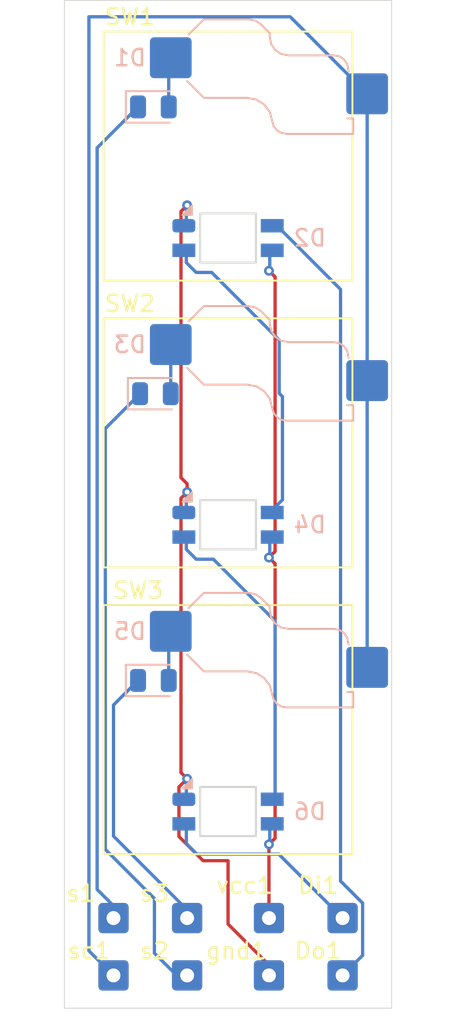
<source format=kicad_pcb>
(kicad_pcb (version 20240108) (generator "pcbnew") (generator_version "8.0")
  (layers (0 "F.Cu" signal) (31 "B.Cu" signal) (34 "B.Paste" user) (35 "F.Paste" user) (36 "B.SilkS" user "B.Silkscreen") (37 "F.SilkS" user "F.Silkscreen") (38 "B.Mask" user) (39 "F.Mask" user) (44 "Edge.Cuts" user))
  (net 0 "")
  (net 1 "Net-(D1-K)")
  (net 2 "Net-(D2-VDD)")
  (net 3 "Net-(D2-DIN)")
  (net 4 "Net-(D2-VSS)")
  (net 5 "Net-(D2-DOUT)")
  (net 6 "Net-(D4-DIN)")
  (net 7 "Net-(D5-K)")
  (net 8 "Net-(D6-DIN)")
  (net 9 "Net-(D1-A)")
  (net 10 "Net-(D3-K)")
  (net 11 "Net-(D3-A)")
  (net 12 "Net-(D5-A)")
  (net 13 "Net-(SW1-Pad2)")
  (footprint "PCM_Switch_Keyboard_Hotswap_Kailh:SW_Hotswap_Kailh_Choc_V1V2_1.00u" (layer "F.Cu") (at 49 82.5)
    (property "Reference" "SW2" (at -6 -8.5 0) (layer "F.SilkS"))
    (property "Value" "SW_Push")
    (fp_line (start -2.416 -7.409) (end -1.479 -8.346) (stroke (width 0.12)) (layer "B.SilkS"))
    (fp_line (start -1.479 -8.346) (end 1.268 -8.346) (stroke (width 0.12)) (layer "B.SilkS"))
    (fp_line (start -1.479 -3.554) (end -2.5 -4.575) (stroke (width 0.12)) (layer "B.SilkS"))
    (fp_line (start 1.168 -3.554) (end -1.479 -3.554) (stroke (width 0.12)) (layer "B.SilkS"))
    (fp_line (start 1.268 -8.346) (end 1.671 -8.266) (stroke (width 0.12)) (layer "B.SilkS"))
    (fp_line (start 1.671 -8.266) (end 2.013 -8.037) (stroke (width 0.12)) (layer "B.SilkS"))
    (fp_line (start 1.73 -3.449) (end 1.168 -3.554) (stroke (width 0.12)) (layer "B.SilkS"))
    (fp_line (start 2.013 -8.037) (end 2.546 -7.504) (stroke (width 0.12)) (layer "B.SilkS"))
    (fp_line (start 2.209 -3.15) (end 1.73 -3.449) (stroke (width 0.12)) (layer "B.SilkS"))
    (fp_line (start 2.546 -7.504) (end 2.546 -7.282) (stroke (width 0.12)) (layer "B.SilkS"))
    (fp_line (start 2.546 -7.282) (end 2.633 -6.844) (stroke (width 0.12)) (layer "B.SilkS"))
    (fp_line (start 2.547 -2.697) (end 2.209 -3.15) (stroke (width 0.12)) (layer "B.SilkS"))
    (fp_line (start 2.633 -6.844) (end 2.877 -6.477) (stroke (width 0.12)) (layer "B.SilkS"))
    (fp_line (start 2.701 -2.139) (end 2.547 -2.697) (stroke (width 0.12)) (layer "B.SilkS"))
    (fp_line (start 2.783 -1.841) (end 2.701 -2.139) (stroke (width 0.12)) (layer "B.SilkS"))
    (fp_line (start 2.877 -6.477) (end 3.244 -6.233) (stroke (width 0.12)) (layer "B.SilkS"))
    (fp_line (start 2.976 -1.583) (end 2.783 -1.841) (stroke (width 0.12)) (layer "B.SilkS"))
    (fp_line (start 3.244 -6.233) (end 3.682 -6.146) (stroke (width 0.12)) (layer "B.SilkS"))
    (fp_line (start 3.25 -1.413) (end 2.976 -1.583) (stroke (width 0.12)) (layer "B.SilkS"))
    (fp_line (start 3.56 -1.354) (end 3.25 -1.413) (stroke (width 0.12)) (layer "B.SilkS"))
    (fp_line (start 3.682 -6.146) (end 6.482 -6.146) (stroke (width 0.12)) (layer "B.SilkS"))
    (fp_line (start 6.482 -6.146) (end 6.809 -6.081) (stroke (width 0.12)) (layer "B.SilkS"))
    (fp_line (start 6.809 -6.081) (end 7.092 -5.892) (stroke (width 0.12)) (layer "B.SilkS"))
    (fp_line (start 7.092 -5.892) (end 7.281 -5.609) (stroke (width 0.12)) (layer "B.SilkS"))
    (fp_line (start 7.281 -5.609) (end 7.366 -5.182) (stroke (width 0.12)) (layer "B.SilkS"))
    (fp_line (start 7.283 -2.296) (end 7.646 -2.296) (stroke (width 0.12)) (layer "B.SilkS"))
    (fp_line (start 7.646 -2.296) (end 7.646 -1.354) (stroke (width 0.12)) (layer "B.SilkS"))
    (fp_line (start 7.646 -1.354) (end 3.56 -1.354) (stroke (width 0.12)) (layer "B.SilkS"))
    (fp_line (start -7.6 -7.6) (end -7.6 7.6) (stroke (width 0.12)) (layer "F.SilkS"))
    (fp_line (start -7.6 7.6) (end 7.6 7.6) (stroke (width 0.12)) (layer "F.SilkS"))
    (fp_line (start 7.6 -7.6) (end -7.6 -7.6) (stroke (width 0.12)) (layer "F.SilkS"))
    (fp_line (start 7.6 7.6) (end 7.6 -7.6) (stroke (width 0.12)) (layer "F.SilkS"))
    (pad "" np_thru_hole circle (at -5.5 0) (size 1.9 1.9) (drill 1.9) (layers "*.Cu" "*.Mask"))
    (pad "" np_thru_hole circle (at -5 5.15) (size 1.6 1.6) (drill 1.6) (layers "*.Cu" "*.Mask"))
    (pad "" np_thru_hole circle (at 0 -5.9) (size 3.05 3.05) (drill 3.05) (layers "*.Cu" "*.Mask"))
    (pad "" np_thru_hole circle (at 0 0) (size 5.05 5.05) (drill 5.05) (layers "*.Cu" "*.Mask"))
    (pad "" np_thru_hole circle (at 5 -3.8) (size 3.05 3.05) (drill 3.05) (layers "*.Cu" "*.Mask"))
    (pad "" np_thru_hole circle (at 5.5 0) (size 1.9 1.9) (drill 1.9) (layers "*.Cu" "*.Mask"))
    (pad "1" smd roundrect (at -3.5 -6) (size 2.55 2.5) (layers "B.Cu" "B.Paste" "B.Mask") (roundrect_rratio 0.1) (net 11 "Net-(D3-A)"))
    (pad "2" smd roundrect (at 8.5 -3.8) (size 2.55 2.5) (layers "B.Cu" "B.Paste" "B.Mask") (roundrect_rratio 0.1) (net 13 "Net-(SW1-Pad2)"))
  )
  (footprint "Connector_Wire:SolderWire-0.25sqmm_1x01_D0.65mm_OD1.7mm" (layer "F.Cu") (at 51.5 115)
    (property "Reference" "gnd1" (at -2 -1.5 0) (layer "F.SilkS"))
    (property "Value" "MountingHole_Pad")
    (pad "1" thru_hole roundrect (at 0 0) (size 1.85 1.85) (drill 0.85) (layers "*.Cu" "*.Mask") (roundrect_rratio 0.135135) (net 4 "Net-(D2-VSS)"))
  )
  (footprint "Connector_Wire:SolderWire-0.25sqmm_1x01_D0.65mm_OD1.7mm" (layer "F.Cu") (at 42 115)
    (property "Reference" "sc1" (at -1.5 -1.5 0) (layer "F.SilkS"))
    (property "Value" "MountingHole_Pad")
    (pad "1" thru_hole roundrect (at 0 0) (size 1.85 1.85) (drill 0.85) (layers "*.Cu" "*.Mask") (roundrect_rratio 0.135135) (net 13 "Net-(SW1-Pad2)"))
  )
  (footprint "Connector_Wire:SolderWire-0.25sqmm_1x01_D0.65mm_OD1.7mm" (layer "F.Cu") (at 42 111.5)
    (property "Reference" "s1" (at -2 -1.5 0) (layer "F.SilkS"))
    (property "Value" "MountingHole_Pad")
    (pad "1" thru_hole roundrect (at 0 0) (size 1.85 1.85) (drill 0.85) (layers "*.Cu" "*.Mask") (roundrect_rratio 0.135135) (net 1 "Net-(D1-K)"))
  )
  (footprint "Connector_Wire:SolderWire-0.25sqmm_1x01_D0.65mm_OD1.7mm" (layer "F.Cu") (at 56 111.5)
    (property "Reference" "Di1" (at -1.5 -2 0) (layer "F.SilkS"))
    (property "Value" "MountingHole_Pad")
    (pad "1" thru_hole roundrect (at 0 0) (size 1.85 1.85) (drill 0.85) (layers "*.Cu" "*.Mask") (roundrect_rratio 0.135135) (net 8 "Net-(D6-DIN)"))
  )
  (footprint "Connector_Wire:SolderWire-0.25sqmm_1x01_D0.65mm_OD1.7mm" (layer "F.Cu") (at 56 115)
    (property "Reference" "Do1" (at -1.5 -1.5 0) (layer "F.SilkS"))
    (property "Value" "MountingHole_Pad")
    (pad "1" thru_hole roundrect (at 0 0) (size 1.85 1.85) (drill 0.85) (layers "*.Cu" "*.Mask") (roundrect_rratio 0.135135) (net 5 "Net-(D2-DOUT)"))
  )
  (footprint "Connector_Wire:SolderWire-0.25sqmm_1x01_D0.65mm_OD1.7mm" (layer "F.Cu") (at 46.5 111.5)
    (property "Reference" "s3" (at -2 -1.5 0) (layer "F.SilkS"))
    (property "Value" "MountingHole_Pad")
    (pad "1" thru_hole roundrect (at 0 0) (size 1.85 1.85) (drill 0.85) (layers "*.Cu" "*.Mask") (roundrect_rratio 0.135135) (net 7 "Net-(D5-K)"))
  )
  (footprint "Connector_Wire:SolderWire-0.25sqmm_1x01_D0.65mm_OD1.7mm" (layer "F.Cu") (at 46.5 115)
    (property "Reference" "s2" (at -2 -1.5 0) (layer "F.SilkS"))
    (property "Value" "MountingHole_Pad")
    (pad "1" thru_hole roundrect (at 0 0) (size 1.85 1.85) (drill 0.85) (layers "*.Cu" "*.Mask") (roundrect_rratio 0.135135) (net 10 "Net-(D3-K)"))
  )
  (footprint "PCM_Switch_Keyboard_Hotswap_Kailh:SW_Hotswap_Kailh_Choc_V1V2_1.00u" (layer "F.Cu") (at 49 100)
    (property "Reference" "SW3" (at -5.5 -8.5 0) (layer "F.SilkS"))
    (property "Value" "SW_Push")
    (fp_line (start -2.416 -7.409) (end -1.479 -8.346) (stroke (width 0.12)) (layer "B.SilkS"))
    (fp_line (start -1.479 -8.346) (end 1.268 -8.346) (stroke (width 0.12)) (layer "B.SilkS"))
    (fp_line (start -1.479 -3.554) (end -2.5 -4.575) (stroke (width 0.12)) (layer "B.SilkS"))
    (fp_line (start 1.168 -3.554) (end -1.479 -3.554) (stroke (width 0.12)) (layer "B.SilkS"))
    (fp_line (start 1.268 -8.346) (end 1.671 -8.266) (stroke (width 0.12)) (layer "B.SilkS"))
    (fp_line (start 1.671 -8.266) (end 2.013 -8.037) (stroke (width 0.12)) (layer "B.SilkS"))
    (fp_line (start 1.73 -3.449) (end 1.168 -3.554) (stroke (width 0.12)) (layer "B.SilkS"))
    (fp_line (start 2.013 -8.037) (end 2.546 -7.504) (stroke (width 0.12)) (layer "B.SilkS"))
    (fp_line (start 2.209 -3.15) (end 1.73 -3.449) (stroke (width 0.12)) (layer "B.SilkS"))
    (fp_line (start 2.546 -7.504) (end 2.546 -7.282) (stroke (width 0.12)) (layer "B.SilkS"))
    (fp_line (start 2.546 -7.282) (end 2.633 -6.844) (stroke (width 0.12)) (layer "B.SilkS"))
    (fp_line (start 2.547 -2.697) (end 2.209 -3.15) (stroke (width 0.12)) (layer "B.SilkS"))
    (fp_line (start 2.633 -6.844) (end 2.877 -6.477) (stroke (width 0.12)) (layer "B.SilkS"))
    (fp_line (start 2.701 -2.139) (end 2.547 -2.697) (stroke (width 0.12)) (layer "B.SilkS"))
    (fp_line (start 2.783 -1.841) (end 2.701 -2.139) (stroke (width 0.12)) (layer "B.SilkS"))
    (fp_line (start 2.877 -6.477) (end 3.244 -6.233) (stroke (width 0.12)) (layer "B.SilkS"))
    (fp_line (start 2.976 -1.583) (end 2.783 -1.841) (stroke (width 0.12)) (layer "B.SilkS"))
    (fp_line (start 3.244 -6.233) (end 3.682 -6.146) (stroke (width 0.12)) (layer "B.SilkS"))
    (fp_line (start 3.25 -1.413) (end 2.976 -1.583) (stroke (width 0.12)) (layer "B.SilkS"))
    (fp_line (start 3.56 -1.354) (end 3.25 -1.413) (stroke (width 0.12)) (layer "B.SilkS"))
    (fp_line (start 3.682 -6.146) (end 6.482 -6.146) (stroke (width 0.12)) (layer "B.SilkS"))
    (fp_line (start 6.482 -6.146) (end 6.809 -6.081) (stroke (width 0.12)) (layer "B.SilkS"))
    (fp_line (start 6.809 -6.081) (end 7.092 -5.892) (stroke (width 0.12)) (layer "B.SilkS"))
    (fp_line (start 7.092 -5.892) (end 7.281 -5.609) (stroke (width 0.12)) (layer "B.SilkS"))
    (fp_line (start 7.281 -5.609) (end 7.366 -5.182) (stroke (width 0.12)) (layer "B.SilkS"))
    (fp_line (start 7.283 -2.296) (end 7.646 -2.296) (stroke (width 0.12)) (layer "B.SilkS"))
    (fp_line (start 7.646 -2.296) (end 7.646 -1.354) (stroke (width 0.12)) (layer "B.SilkS"))
    (fp_line (start 7.646 -1.354) (end 3.56 -1.354) (stroke (width 0.12)) (layer "B.SilkS"))
    (fp_line (start -7.6 -7.6) (end -7.6 7.6) (stroke (width 0.12)) (layer "F.SilkS"))
    (fp_line (start -7.6 7.6) (end 7.6 7.6) (stroke (width 0.12)) (layer "F.SilkS"))
    (fp_line (start 7.6 -7.6) (end -7.6 -7.6) (stroke (width 0.12)) (layer "F.SilkS"))
    (fp_line (start 7.6 7.6) (end 7.6 -7.6) (stroke (width 0.12)) (layer "F.SilkS"))
    (pad "" np_thru_hole circle (at -5.5 0) (size 1.9 1.9) (drill 1.9) (layers "*.Cu" "*.Mask"))
    (pad "" np_thru_hole circle (at -5 5.15) (size 1.6 1.6) (drill 1.6) (layers "*.Cu" "*.Mask"))
    (pad "" np_thru_hole circle (at 0 -5.9) (size 3.05 3.05) (drill 3.05) (layers "*.Cu" "*.Mask"))
    (pad "" np_thru_hole circle (at 0 0) (size 5.05 5.05) (drill 5.05) (layers "*.Cu" "*.Mask"))
    (pad "" np_thru_hole circle (at 5 -3.8) (size 3.05 3.05) (drill 3.05) (layers "*.Cu" "*.Mask"))
    (pad "" np_thru_hole circle (at 5.5 0) (size 1.9 1.9) (drill 1.9) (layers "*.Cu" "*.Mask"))
    (pad "1" smd roundrect (at -3.5 -6) (size 2.55 2.5) (layers "B.Cu" "B.Paste" "B.Mask") (roundrect_rratio 0.1) (net 12 "Net-(D5-A)"))
    (pad "2" smd roundrect (at 8.5 -3.8) (size 2.55 2.5) (layers "B.Cu" "B.Paste" "B.Mask") (roundrect_rratio 0.1) (net 13 "Net-(SW1-Pad2)"))
  )
  (footprint "PCM_Switch_Keyboard_Hotswap_Kailh:SW_Hotswap_Kailh_Choc_V1V2_1.00u" (layer "F.Cu") (at 49 65)
    (property "Reference" "SW1" (at -6 -8.5 0) (layer "F.SilkS"))
    (property "Value" "SW_Push")
    (fp_line (start -2.416 -7.409) (end -1.479 -8.346) (stroke (width 0.12)) (layer "B.SilkS"))
    (fp_line (start -1.479 -8.346) (end 1.268 -8.346) (stroke (width 0.12)) (layer "B.SilkS"))
    (fp_line (start -1.479 -3.554) (end -2.5 -4.575) (stroke (width 0.12)) (layer "B.SilkS"))
    (fp_line (start 1.168 -3.554) (end -1.479 -3.554) (stroke (width 0.12)) (layer "B.SilkS"))
    (fp_line (start 1.268 -8.346) (end 1.671 -8.266) (stroke (width 0.12)) (layer "B.SilkS"))
    (fp_line (start 1.671 -8.266) (end 2.013 -8.037) (stroke (width 0.12)) (layer "B.SilkS"))
    (fp_line (start 1.73 -3.449) (end 1.168 -3.554) (stroke (width 0.12)) (layer "B.SilkS"))
    (fp_line (start 2.013 -8.037) (end 2.546 -7.504) (stroke (width 0.12)) (layer "B.SilkS"))
    (fp_line (start 2.209 -3.15) (end 1.73 -3.449) (stroke (width 0.12)) (layer "B.SilkS"))
    (fp_line (start 2.546 -7.504) (end 2.546 -7.282) (stroke (width 0.12)) (layer "B.SilkS"))
    (fp_line (start 2.546 -7.282) (end 2.633 -6.844) (stroke (width 0.12)) (layer "B.SilkS"))
    (fp_line (start 2.547 -2.697) (end 2.209 -3.15) (stroke (width 0.12)) (layer "B.SilkS"))
    (fp_line (start 2.633 -6.844) (end 2.877 -6.477) (stroke (width 0.12)) (layer "B.SilkS"))
    (fp_line (start 2.701 -2.139) (end 2.547 -2.697) (stroke (width 0.12)) (layer "B.SilkS"))
    (fp_line (start 2.783 -1.841) (end 2.701 -2.139) (stroke (width 0.12)) (layer "B.SilkS"))
    (fp_line (start 2.877 -6.477) (end 3.244 -6.233) (stroke (width 0.12)) (layer "B.SilkS"))
    (fp_line (start 2.976 -1.583) (end 2.783 -1.841) (stroke (width 0.12)) (layer "B.SilkS"))
    (fp_line (start 3.244 -6.233) (end 3.682 -6.146) (stroke (width 0.12)) (layer "B.SilkS"))
    (fp_line (start 3.25 -1.413) (end 2.976 -1.583) (stroke (width 0.12)) (layer "B.SilkS"))
    (fp_line (start 3.56 -1.354) (end 3.25 -1.413) (stroke (width 0.12)) (layer "B.SilkS"))
    (fp_line (start 3.682 -6.146) (end 6.482 -6.146) (stroke (width 0.12)) (layer "B.SilkS"))
    (fp_line (start 6.482 -6.146) (end 6.809 -6.081) (stroke (width 0.12)) (layer "B.SilkS"))
    (fp_line (start 6.809 -6.081) (end 7.092 -5.892) (stroke (width 0.12)) (layer "B.SilkS"))
    (fp_line (start 7.092 -5.892) (end 7.281 -5.609) (stroke (width 0.12)) (layer "B.SilkS"))
    (fp_line (start 7.281 -5.609) (end 7.366 -5.182) (stroke (width 0.12)) (layer "B.SilkS"))
    (fp_line (start 7.283 -2.296) (end 7.646 -2.296) (stroke (width 0.12)) (layer "B.SilkS"))
    (fp_line (start 7.646 -2.296) (end 7.646 -1.354) (stroke (width 0.12)) (layer "B.SilkS"))
    (fp_line (start 7.646 -1.354) (end 3.56 -1.354) (stroke (width 0.12)) (layer "B.SilkS"))
    (fp_line (start -7.6 -7.6) (end -7.6 7.6) (stroke (width 0.12)) (layer "F.SilkS"))
    (fp_line (start -7.6 7.6) (end 7.6 7.6) (stroke (width 0.12)) (layer "F.SilkS"))
    (fp_line (start 7.6 -7.6) (end -7.6 -7.6) (stroke (width 0.12)) (layer "F.SilkS"))
    (fp_line (start 7.6 7.6) (end 7.6 -7.6) (stroke (width 0.12)) (layer "F.SilkS"))
    (pad "" np_thru_hole circle (at -5.5 0) (size 1.9 1.9) (drill 1.9) (layers "*.Cu" "*.Mask"))
    (pad "" np_thru_hole circle (at -5 5.15) (size 1.6 1.6) (drill 1.6) (layers "*.Cu" "*.Mask"))
    (pad "" np_thru_hole circle (at 0 -5.9) (size 3.05 3.05) (drill 3.05) (layers "*.Cu" "*.Mask"))
    (pad "" np_thru_hole circle (at 0 0) (size 5.05 5.05) (drill 5.05) (layers "*.Cu" "*.Mask"))
    (pad "" np_thru_hole circle (at 5 -3.8) (size 3.05 3.05) (drill 3.05) (layers "*.Cu" "*.Mask"))
    (pad "" np_thru_hole circle (at 5.5 0) (size 1.9 1.9) (drill 1.9) (layers "*.Cu" "*.Mask"))
    (pad "1" smd roundrect (at -3.5 -6) (size 2.55 2.5) (layers "B.Cu" "B.Paste" "B.Mask") (roundrect_rratio 0.1) (net 9 "Net-(D1-A)"))
    (pad "2" smd roundrect (at 8.5 -3.8) (size 2.55 2.5) (layers "B.Cu" "B.Paste" "B.Mask") (roundrect_rratio 0.1) (net 13 "Net-(SW1-Pad2)"))
  )
  (footprint "Connector_Wire:SolderWire-0.25sqmm_1x01_D0.65mm_OD1.7mm" (layer "F.Cu") (at 51.5 111.5)
    (property "Reference" "vcc1" (at -1.5 -2 0) (layer "F.SilkS"))
    (property "Value" "MountingHole_Pad")
    (pad "1" thru_hole roundrect (at 0 0) (size 1.85 1.85) (drill 0.85) (layers "*.Cu" "*.Mask") (roundrect_rratio 0.135135) (net 2 "Net-(D2-VDD)"))
  )
  (footprint "Diode_SMD:D_0805_2012Metric" (layer "B.Cu") (at 44.4375 62)
    (property "Reference" "D1" (at -1.4375 -3 360) (layer "B.SilkS") (effects (justify mirror)))
    (property "Value" "D")
    (fp_line (start -1.685 -0.96) (end -1.685 0.96) (stroke (width 0.12)) (layer "B.SilkS"))
    (fp_line (start -1.685 0.96) (end 1 0.96) (stroke (width 0.12)) (layer "B.SilkS"))
    (fp_line (start 1 -0.96) (end -1.685 -0.96) (stroke (width 0.12)) (layer "B.SilkS"))
    (pad "1" smd roundrect (at -0.9375 0) (size 0.975 1.4) (layers "B.Cu" "B.Paste" "B.Mask") (net 1 "Net-(D1-K)"))
    (pad "2" smd roundrect (at 0.9375 0) (size 0.975 1.4) (layers "B.Cu" "B.Paste" "B.Mask") (net 9 "Net-(D1-A)"))
  )
  (footprint "Diode_SMD:D_0805_2012Metric" (layer "B.Cu") (at 44.5625 79.5)
    (property "Reference" "D3" (at -1.5625 -3 360) (layer "B.SilkS") (effects (justify mirror)))
    (property "Value" "D")
    (fp_line (start -1.685 -0.96) (end -1.685 0.96) (stroke (width 0.12)) (layer "B.SilkS"))
    (fp_line (start -1.685 0.96) (end 1 0.96) (stroke (width 0.12)) (layer "B.SilkS"))
    (fp_line (start 1 -0.96) (end -1.685 -0.96) (stroke (width 0.12)) (layer "B.SilkS"))
    (pad "1" smd roundrect (at -0.9375 0) (size 0.975 1.4) (layers "B.Cu" "B.Paste" "B.Mask") (net 10 "Net-(D3-K)"))
    (pad "2" smd roundrect (at 0.9375 0) (size 0.975 1.4) (layers "B.Cu" "B.Paste" "B.Mask") (net 11 "Net-(D3-A)"))
  )
  (footprint "Diode_SMD:D_0805_2012Metric" (layer "B.Cu") (at 44.4375 97)
    (property "Reference" "D5" (at -1.4375 -3 360) (layer "B.SilkS") (effects (justify mirror)))
    (property "Value" "D")
    (fp_line (start -1.685 -0.96) (end -1.685 0.96) (stroke (width 0.12)) (layer "B.SilkS"))
    (fp_line (start -1.685 0.96) (end 1 0.96) (stroke (width 0.12)) (layer "B.SilkS"))
    (fp_line (start 1 -0.96) (end -1.685 -0.96) (stroke (width 0.12)) (layer "B.SilkS"))
    (pad "1" smd roundrect (at -0.9375 0) (size 0.975 1.4) (layers "B.Cu" "B.Paste" "B.Mask") (net 7 "Net-(D5-K)"))
    (pad "2" smd roundrect (at 0.9375 0) (size 0.975 1.4) (layers "B.Cu" "B.Paste" "B.Mask") (net 12 "Net-(D5-A)"))
  )
  (footprint "adrian:SK6812-MINI-E_v2" (layer "B.Cu") (at 49 87.5 180)
    (property "Reference" "D4" (at -5 0 0) (layer "B.SilkS") (effects (justify mirror)))
    (property "Value" "SK6812MINI-E" (hide yes))
    (fp_poly (pts (xy 2.8 1.4) (xy 2.2 1.4) (xy 2.2 2)) (stroke (width 0.1)) (fill solid) (layer "B.SilkS"))
    (fp_line (start 1.7 1.5) (end -1.7 1.5) (stroke (width 0.12)) (layer "Edge.Cuts"))
    (fp_line (start 1.7 -1.5) (end 1.7 1.5) (stroke (width 0.12)) (layer "Edge.Cuts"))
    (fp_line (start -1.7 1.5) (end -1.7 -1.5) (stroke (width 0.12)) (layer "Edge.Cuts"))
    (fp_line (start -1.7 -1.5) (end 1.7 -1.5) (stroke (width 0.12)) (layer "Edge.Cuts"))
    (pad "1" smd rect (at -2.7 -0.75 180) (size 1.4 0.82) (layers "B.Cu" "B.Paste" "B.Mask") (net 2 "Net-(D2-VDD)"))
    (pad "2" smd rect (at -2.7 0.75 180) (size 1.4 0.82) (layers "B.Cu" "B.Paste" "B.Mask") (net 3 "Net-(D2-DIN)"))
    (pad "3" smd roundrect (at 2.7 0.75 180) (size 1.4 0.82) (layers "B.Cu" "B.Paste" "B.Mask") (net 4 "Net-(D2-VSS)"))
    (pad "4" smd rect (at 2.7 -0.75 180) (size 1.4 0.82) (layers "B.Cu" "B.Paste" "B.Mask") (net 6 "Net-(D4-DIN)"))
  )
  (footprint "adrian:SK6812-MINI-E_v2" (layer "B.Cu") (at 49 105 180)
    (property "Reference" "D6" (at -5 0 0) (layer "B.SilkS") (effects (justify mirror)))
    (property "Value" "SK6812MINI-E" (hide yes))
    (fp_poly (pts (xy 2.8 1.4) (xy 2.2 1.4) (xy 2.2 2)) (stroke (width 0.1)) (fill solid) (layer "B.SilkS"))
    (fp_line (start 1.7 1.5) (end -1.7 1.5) (stroke (width 0.12)) (layer "Edge.Cuts"))
    (fp_line (start 1.7 -1.5) (end 1.7 1.5) (stroke (width 0.12)) (layer "Edge.Cuts"))
    (fp_line (start -1.7 1.5) (end -1.7 -1.5) (stroke (width 0.12)) (layer "Edge.Cuts"))
    (fp_line (start -1.7 -1.5) (end 1.7 -1.5) (stroke (width 0.12)) (layer "Edge.Cuts"))
    (pad "1" smd rect (at -2.7 -0.75 180) (size 1.4 0.82) (layers "B.Cu" "B.Paste" "B.Mask") (net 2 "Net-(D2-VDD)"))
    (pad "2" smd rect (at -2.7 0.75 180) (size 1.4 0.82) (layers "B.Cu" "B.Paste" "B.Mask") (net 6 "Net-(D4-DIN)"))
    (pad "3" smd roundrect (at 2.7 0.75 180) (size 1.4 0.82) (layers "B.Cu" "B.Paste" "B.Mask") (net 4 "Net-(D2-VSS)"))
    (pad "4" smd rect (at 2.7 -0.75 180) (size 1.4 0.82) (layers "B.Cu" "B.Paste" "B.Mask") (net 8 "Net-(D6-DIN)"))
  )
  (footprint "adrian:SK6812-MINI-E_v2" (layer "B.Cu") (at 49 70 180)
    (property "Reference" "D2" (at -5 0 0) (layer "B.SilkS") (effects (justify mirror)))
    (property "Value" "SK6812MINI-E" (hide yes))
    (fp_poly (pts (xy 2.8 1.4) (xy 2.2 1.4) (xy 2.2 2)) (stroke (width 0.1)) (fill solid) (layer "B.SilkS"))
    (fp_line (start 1.7 1.5) (end -1.7 1.5) (stroke (width 0.12)) (layer "Edge.Cuts"))
    (fp_line (start 1.7 -1.5) (end 1.7 1.5) (stroke (width 0.12)) (layer "Edge.Cuts"))
    (fp_line (start -1.7 1.5) (end -1.7 -1.5) (stroke (width 0.12)) (layer "Edge.Cuts"))
    (fp_line (start -1.7 -1.5) (end 1.7 -1.5) (stroke (width 0.12)) (layer "Edge.Cuts"))
    (pad "1" smd rect (at -2.7 -0.75 180) (size 1.4 0.82) (layers "B.Cu" "B.Paste" "B.Mask") (net 2 "Net-(D2-VDD)"))
    (pad "2" smd rect (at -2.7 0.75 180) (size 1.4 0.82) (layers "B.Cu" "B.Paste" "B.Mask") (net 5 "Net-(D2-DOUT)"))
    (pad "3" smd roundrect (at 2.7 0.75 180) (size 1.4 0.82) (layers "B.Cu" "B.Paste" "B.Mask") (net 4 "Net-(D2-VSS)"))
    (pad "4" smd rect (at 2.7 -0.75 180) (size 1.4 0.82) (layers "B.Cu" "B.Paste" "B.Mask") (net 3 "Net-(D2-DIN)"))
  )
  (gr_rect (start 39 55.5) (end 59 117) (stroke (width 0.05)) (fill none) (layer "Edge.Cuts"))
  (segment (start 41 109.75) (end 42.75 111.5) (width 0.2) (layer "B.Cu") (net 1))
  (segment (start 41 64.5) (end 41 109.75) (width 0.2) (layer "B.Cu") (net 1))
  (segment (start 43.5 62) (end 41 64.5) (width 0.2) (layer "B.Cu") (net 1))
  (segment (start 51.875 89.125) (end 51.5 89.5) (width 0.2) (layer "F.Cu") (net 2))
  (segment (start 51.5 107) (end 51.5 111.5) (width 0.2) (layer "F.Cu") (net 2))
  (segment (start 51.875 106.625) (end 51.5 107) (width 0.2) (layer "F.Cu") (net 2))
  (segment (start 51.5 72) (end 51.875 72.375) (width 0.2) (layer "F.Cu") (net 2))
  (segment (start 51.5 89.5) (end 51.875 89.875) (width 0.2) (layer "F.Cu") (net 2))
  (segment (start 51.875 89.875) (end 51.875 106.625) (width 0.2) (layer "F.Cu") (net 2))
  (segment (start 51.875 72.375) (end 51.875 89.125) (width 0.2) (layer "F.Cu") (net 2))
  (via (at 51.5 107) (size 0.6) (drill 0.3) (layers "F.Cu" "B.Cu") (net 2))
  (via (at 51.5 89.5) (size 0.6) (drill 0.3) (layers "F.Cu" "B.Cu") (net 2))
  (via (at 51.5 72) (size 0.6) (drill 0.3) (layers "F.Cu" "B.Cu") (net 2))
  (segment (start 51.55 88.25) (end 51.55 89.45) (width 0.2) (layer "B.Cu") (net 2))
  (segment (start 51.55 71.95) (end 51.5 72) (width 0.2) (layer "B.Cu") (net 2))
  (segment (start 51.5 89.5) (end 51.55 89.45) (width 0.2) (layer "B.Cu") (net 2))
  (segment (start 51.55 105.75) (end 51.55 106.95) (width 0.2) (layer "B.Cu") (net 2))
  (segment (start 51.55 70.75) (end 51.55 71.95) (width 0.2) (layer "B.Cu") (net 2))
  (segment (start 51.5 107) (end 51.55 106.95) (width 0.2) (layer "B.Cu") (net 2))
  (segment (start 48 72.1) (end 47.051472 72.1) (width 0.2) (layer "B.Cu") (net 3))
  (segment (start 46.45 71.498528) (end 46.45 70.75) (width 0.2) (layer "B.Cu") (net 3))
  (segment (start 52.125 76.225) (end 48 72.1) (width 0.2) (layer "B.Cu") (net 3))
  (segment (start 51.55 86.75) (end 52.324175 85.975825) (width 0.2) (layer "B.Cu") (net 3))
  (segment (start 52.324175 85.975825) (end 52.324175 79.675825) (width 0.2) (layer "B.Cu") (net 3))
  (segment (start 52.324175 79.675825) (end 52.125 79.47665) (width 0.2) (layer "B.Cu") (net 3))
  (segment (start 52.125 79.47665) (end 52.125 76.225) (width 0.2) (layer "B.Cu") (net 3))
  (segment (start 47.051472 72.1) (end 46.45 71.498528) (width 0.2) (layer "B.Cu") (net 3))
  (segment (start 46.125 68.375) (end 46.5 68) (width 0.2) (layer "F.Cu") (net 4))
  (segment (start 46.125 84.625) (end 46.125 68.375) (width 0.2) (layer "F.Cu") (net 4))
  (segment (start 46.125 102.625) (end 46.125 85.875) (width 0.2) (layer "F.Cu") (net 4))
  (segment (start 51.5 114.365256) (end 51.5 115) (width 0.2) (layer "F.Cu") (net 4))
  (segment (start 46.5 85) (end 46.125 84.625) (width 0.2) (layer "F.Cu") (net 4))
  (segment (start 46.5 85.5) (end 46.5 85) (width 0.2) (layer "F.Cu") (net 4))
  (segment (start 47.475736 108) (end 49 108) (width 0.2) (layer "F.Cu") (net 4))
  (segment (start 49 111.865256) (end 51.5 114.365256) (width 0.2) (layer "F.Cu") (net 4))
  (segment (start 46.5 103) (end 46.125 102.625) (width 0.2) (layer "F.Cu") (net 4))
  (segment (start 46 106.524264) (end 47.475736 108) (width 0.2) (layer "F.Cu") (net 4))
  (segment (start 46 103.5) (end 46 106.524264) (width 0.2) (layer "F.Cu") (net 4))
  (segment (start 49 108) (end 49 111.865256) (width 0.2) (layer "F.Cu") (net 4))
  (segment (start 46.5 103) (end 46 103.5) (width 0.2) (layer "F.Cu") (net 4))
  (segment (start 46.125 85.875) (end 46.5 85.5) (width 0.2) (layer "F.Cu") (net 4))
  (via (at 46.5 85.5) (size 0.6) (drill 0.3) (layers "F.Cu" "B.Cu") (net 4))
  (via (at 46.5 68) (size 0.6) (drill 0.3) (layers "F.Cu" "B.Cu") (net 4))
  (via (at 46.5 103) (size 0.6) (drill 0.3) (layers "F.Cu" "B.Cu") (net 4))
  (segment (start 46.45 104.25) (end 46.45 103.05) (width 0.2) (layer "B.Cu") (net 4))
  (segment (start 46.45 103.05) (end 46.5 103) (width 0.2) (layer "B.Cu") (net 4))
  (segment (start 46.45 86.75) (end 46.45 85.55) (width 0.2) (layer "B.Cu") (net 4))
  (segment (start 46.45 68.05) (end 46.5 68) (width 0.2) (layer "B.Cu") (net 4))
  (segment (start 46.45 69.25) (end 46.45 68.05) (width 0.2) (layer "B.Cu") (net 4))
  (segment (start 46.5 85.5) (end 46.45 85.55) (width 0.2) (layer "B.Cu") (net 4))
  (segment (start 51.99 69.25) (end 55.875 73.135) (width 0.2) (layer "B.Cu") (net 5))
  (segment (start 57.225 113.775) (end 56 115) (width 0.2) (layer "B.Cu") (net 5))
  (segment (start 55.875 109.240256) (end 57.225 110.590256) (width 0.2) (layer "B.Cu") (net 5))
  (segment (start 57.225 110.590256) (end 57.225 113.775) (width 0.2) (layer "B.Cu") (net 5))
  (segment (start 55.875 73.135) (end 55.875 109.240256) (width 0.2) (layer "B.Cu") (net 5))
  (segment (start 51.55 69.25) (end 51.99 69.25) (width 0.2) (layer "B.Cu") (net 5))
  (segment (start 51.875 103.925) (end 51.875 93.375) (width 0.2) (layer "B.Cu") (net 6))
  (segment (start 51.875 93.375) (end 48.1 89.6) (width 0.2) (layer "B.Cu") (net 6))
  (segment (start 51.55 104.25) (end 51.875 103.925) (width 0.2) (layer "B.Cu") (net 6))
  (segment (start 48.1 89.6) (end 47.051472 89.6) (width 0.2) (layer "B.Cu") (net 6))
  (segment (start 47.051472 89.6) (end 46.45 88.998528) (width 0.2) (layer "B.Cu") (net 6))
  (segment (start 46.45 88.998528) (end 46.45 88.25) (width 0.2) (layer "B.Cu") (net 6))
  (segment (start 42 98.5) (end 42 106.5) (width 0.2) (layer "B.Cu") (net 7))
  (segment (start 43.5 97) (end 42 98.5) (width 0.2) (layer "B.Cu") (net 7))
  (segment (start 42 106.5) (end 47 111.5) (width 0.2) (layer "B.Cu") (net 7))
  (segment (start 56 111.5) (end 52.1 107.6) (width 0.2) (layer "B.Cu") (net 8))
  (segment (start 46.45 106.95) (end 46.45 105.75) (width 0.2) (layer "B.Cu") (net 8))
  (segment (start 52.1 107.6) (end 47.1 107.6) (width 0.2) (layer "B.Cu") (net 8))
  (segment (start 47.1 107.6) (end 46.45 106.95) (width 0.2) (layer "B.Cu") (net 8))
  (segment (start 45.375 62) (end 45.375 59.125) (width 0.2) (layer "B.Cu") (net 9))
  (segment (start 45.375 59.125) (end 45.5 59) (width 0.2) (layer "B.Cu") (net 9))
  (segment (start 44.5 110.307628) (end 44.5 113.64) (width 0.2) (layer "B.Cu") (net 10))
  (segment (start 41.5 107.307628) (end 44.5 110.307628) (width 0.2) (layer "B.Cu") (net 10))
  (segment (start 44.5 113.64) (end 45.86 115) (width 0.2) (layer "B.Cu") (net 10))
  (segment (start 45.86 115) (end 47 115) (width 0.2) (layer "B.Cu") (net 10))
  (segment (start 43.625 79.5) (end 41.5 81.625) (width 0.2) (layer "B.Cu") (net 10))
  (segment (start 41.5 81.625) (end 41.5 107.307628) (width 0.2) (layer "B.Cu") (net 10))
  (segment (start 45.5 79.5) (end 45.5 76.5) (width 0.2) (layer "B.Cu") (net 11))
  (segment (start 45.375 97) (end 45.375 94.125) (width 0.2) (layer "B.Cu") (net 12))
  (segment (start 45.375 94.125) (end 45.5 94) (width 0.2) (layer "B.Cu") (net 12))
  (segment (start 57.5 78.7) (end 57.5 96.2) (width 0.2) (layer "B.Cu") (net 13))
  (segment (start 42 115) (end 42.5 115) (width 0.2) (layer "B.Cu") (net 13))
  (segment (start 57.5 61.2) (end 52.8 56.5) (width 0.2) (layer "B.Cu") (net 13))
  (segment (start 57.5 61.2) (end 57.5 78.7) (width 0.2) (layer "B.Cu") (net 13))
  (segment (start 40.5 56.5) (end 40.5 113.5) (width 0.2) (layer "B.Cu") (net 13))
  (segment (start 52.8 56.5) (end 40.5 56.5) (width 0.2) (layer "B.Cu") (net 13))
  (segment (start 40.5 113.5) (end 42 115) (width 0.2) (layer "B.Cu") (net 13))
)
</source>
